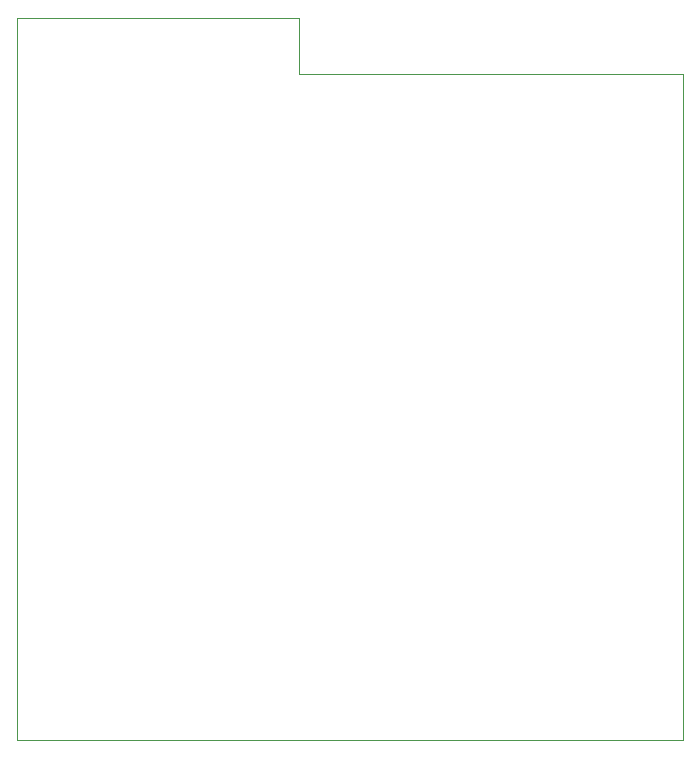
<source format=gbr>
G04 #@! TF.GenerationSoftware,KiCad,Pcbnew,(5.1.2)-2*
G04 #@! TF.CreationDate,2019-10-09T20:23:10+02:00*
G04 #@! TF.ProjectId,PIC18F47K42 MCU Card,50494331-3846-4343-974b-3432204d4355,rev?*
G04 #@! TF.SameCoordinates,Original*
G04 #@! TF.FileFunction,Profile,NP*
%FSLAX46Y46*%
G04 Gerber Fmt 4.6, Leading zero omitted, Abs format (unit mm)*
G04 Created by KiCad (PCBNEW (5.1.2)-2) date 2019-10-09 20:23:10*
%MOMM*%
%LPD*%
G04 APERTURE LIST*
%ADD10C,0.050000*%
G04 APERTURE END LIST*
D10*
X153416000Y-66040000D02*
X153416000Y-70739000D01*
X185928000Y-70739000D02*
X153416000Y-70739000D01*
X129540000Y-66040000D02*
X153416000Y-66040000D01*
X129540000Y-127127000D02*
X129540000Y-66040000D01*
X185928000Y-127127000D02*
X185928000Y-70739000D01*
X129540000Y-127127000D02*
X185928000Y-127127000D01*
M02*

</source>
